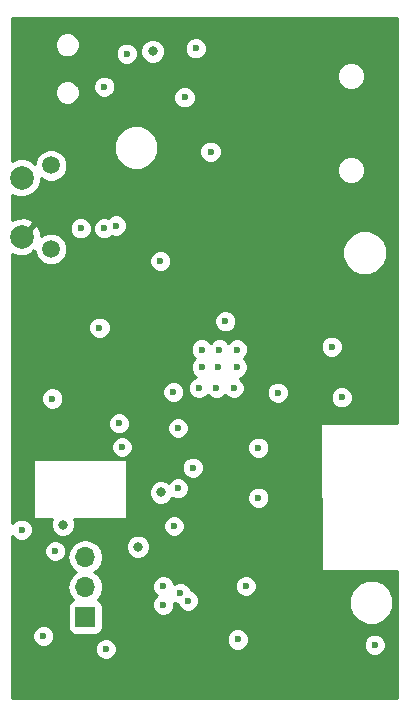
<source format=gbr>
G04 #@! TF.GenerationSoftware,KiCad,Pcbnew,(5.0.1)-rc2*
G04 #@! TF.CreationDate,2019-10-07T13:01:37-07:00*
G04 #@! TF.ProjectId,GPSLogger,4750534C6F676765722E6B696361645F,rev?*
G04 #@! TF.SameCoordinates,Original*
G04 #@! TF.FileFunction,Copper,L2,Inr,Signal*
G04 #@! TF.FilePolarity,Positive*
%FSLAX46Y46*%
G04 Gerber Fmt 4.6, Leading zero omitted, Abs format (unit mm)*
G04 Created by KiCad (PCBNEW (5.0.1)-rc2) date 10/7/2019 1:01:37 PM*
%MOMM*%
%LPD*%
G01*
G04 APERTURE LIST*
G04 #@! TA.AperFunction,ViaPad*
%ADD10C,2.000000*%
G04 #@! TD*
G04 #@! TA.AperFunction,WasherPad*
%ADD11C,1.500000*%
G04 #@! TD*
G04 #@! TA.AperFunction,ViaPad*
%ADD12R,1.700000X1.700000*%
G04 #@! TD*
G04 #@! TA.AperFunction,ViaPad*
%ADD13O,1.700000X1.700000*%
G04 #@! TD*
G04 #@! TA.AperFunction,ViaPad*
%ADD14C,0.600000*%
G04 #@! TD*
G04 #@! TA.AperFunction,ViaPad*
%ADD15C,0.800000*%
G04 #@! TD*
G04 #@! TA.AperFunction,Conductor*
%ADD16C,0.254000*%
G04 #@! TD*
G04 APERTURE END LIST*
D10*
G04 #@! TO.N,Fun_Btn_1_P23*
G04 #@! TO.C,J5*
X132500000Y-77200000D03*
G04 #@! TO.N,Vdd*
X132500000Y-82200000D03*
D11*
G04 #@! TO.N,*
X135000000Y-76160000D03*
X135000000Y-83240000D03*
G04 #@! TD*
D12*
G04 #@! TO.N,Net-(SW1-Pad1)*
G04 #@! TO.C,SW1*
X137900000Y-114400000D03*
D13*
G04 #@! TO.N,/BatteryManagement/Batt+*
X137900000Y-111860000D03*
G04 #@! TO.N,/BatteryManagement/BattInt*
X137900000Y-109320000D03*
G04 #@! TD*
D14*
G04 #@! TO.N,BattRtn*
X145750000Y-103500000D03*
X147000000Y-101750000D03*
X149098000Y-93218000D03*
X147750000Y-91750000D03*
X150750000Y-91750000D03*
X147500000Y-95000000D03*
X150500000Y-95000000D03*
X150750000Y-93250000D03*
X147750000Y-93250000D03*
X149250000Y-91750000D03*
X149000000Y-95000000D03*
X148500000Y-75000000D03*
X147250000Y-66250000D03*
X139500000Y-69500000D03*
X144250000Y-84250000D03*
X141000000Y-100000000D03*
X140750000Y-98000000D03*
X158750000Y-91500000D03*
X154200000Y-95400000D03*
X159600000Y-95800000D03*
X146600000Y-113000000D03*
X145400000Y-106700000D03*
X150800000Y-116300000D03*
X139632765Y-117117235D03*
X145749999Y-98400000D03*
X135100000Y-95900000D03*
X152550000Y-104300000D03*
X152550000Y-100050000D03*
X132500000Y-107000000D03*
D15*
G04 #@! TO.N,BattPwr*
X144300000Y-103850000D03*
X142350000Y-108450000D03*
D14*
G04 #@! TO.N,Fun_Btn_1_P23*
X145350000Y-95350000D03*
X140500000Y-81250000D03*
G04 #@! TO.N,/BatteryManagement/NTC*
X141400000Y-66700000D03*
X146300000Y-70400000D03*
D15*
G04 #@! TO.N,Vdd*
X145804000Y-102108000D03*
X146500000Y-97250000D03*
D14*
X148500000Y-72750000D03*
X137500000Y-120252402D03*
X148115125Y-101943325D03*
X147600000Y-112350000D03*
X132850000Y-91950000D03*
X137650000Y-86950000D03*
X156300000Y-116200000D03*
X146766600Y-89450000D03*
X152100000Y-90150000D03*
X151450000Y-97350000D03*
X134500000Y-100000000D03*
G04 #@! TO.N,Net-(C16-Pad1)*
X134350000Y-116000000D03*
G04 #@! TO.N,LED1_P2*
X135350000Y-108800000D03*
X149750000Y-89350000D03*
X137500000Y-81500000D03*
X139500000Y-81500000D03*
G04 #@! TO.N,ALRT*
X139100000Y-89895400D03*
X144500000Y-111800000D03*
G04 #@! TO.N,Net-(C16-Pad2)*
X162400000Y-116750000D03*
G04 #@! TO.N,/EINK/VDD*
X145950000Y-112400000D03*
G04 #@! TO.N,/EINK/PREVGH*
X151487601Y-111762399D03*
X144500000Y-113350000D03*
D15*
G04 #@! TO.N,/BatteryManagement/Batt+*
X143600000Y-66500000D03*
X136000000Y-106600000D03*
G04 #@! TD*
D16*
G04 #@! TO.N,Vdd*
G36*
X164290001Y-97951060D02*
X157900000Y-97951060D01*
X157850447Y-97961126D01*
X157809470Y-97988990D01*
X157782276Y-98030415D01*
X157773004Y-98079092D01*
X157873004Y-110379092D01*
X157882667Y-110426661D01*
X157910197Y-110467863D01*
X157951399Y-110495393D01*
X158000000Y-110505060D01*
X164290001Y-110505060D01*
X164290001Y-121290000D01*
X131710000Y-121290000D01*
X131710000Y-115814017D01*
X133415000Y-115814017D01*
X133415000Y-116185983D01*
X133557345Y-116529635D01*
X133820365Y-116792655D01*
X134164017Y-116935000D01*
X134535983Y-116935000D01*
X134545031Y-116931252D01*
X138697765Y-116931252D01*
X138697765Y-117303218D01*
X138840110Y-117646870D01*
X139103130Y-117909890D01*
X139446782Y-118052235D01*
X139818748Y-118052235D01*
X140162400Y-117909890D01*
X140425420Y-117646870D01*
X140567765Y-117303218D01*
X140567765Y-116931252D01*
X140425420Y-116587600D01*
X140162400Y-116324580D01*
X139818748Y-116182235D01*
X139446782Y-116182235D01*
X139103130Y-116324580D01*
X138840110Y-116587600D01*
X138697765Y-116931252D01*
X134545031Y-116931252D01*
X134879635Y-116792655D01*
X135142655Y-116529635D01*
X135285000Y-116185983D01*
X135285000Y-116114017D01*
X149865000Y-116114017D01*
X149865000Y-116485983D01*
X150007345Y-116829635D01*
X150270365Y-117092655D01*
X150614017Y-117235000D01*
X150985983Y-117235000D01*
X151329635Y-117092655D01*
X151592655Y-116829635D01*
X151702677Y-116564017D01*
X161465000Y-116564017D01*
X161465000Y-116935983D01*
X161607345Y-117279635D01*
X161870365Y-117542655D01*
X162214017Y-117685000D01*
X162585983Y-117685000D01*
X162929635Y-117542655D01*
X163192655Y-117279635D01*
X163335000Y-116935983D01*
X163335000Y-116564017D01*
X163192655Y-116220365D01*
X162929635Y-115957345D01*
X162585983Y-115815000D01*
X162214017Y-115815000D01*
X161870365Y-115957345D01*
X161607345Y-116220365D01*
X161465000Y-116564017D01*
X151702677Y-116564017D01*
X151735000Y-116485983D01*
X151735000Y-116114017D01*
X151592655Y-115770365D01*
X151329635Y-115507345D01*
X150985983Y-115365000D01*
X150614017Y-115365000D01*
X150270365Y-115507345D01*
X150007345Y-115770365D01*
X149865000Y-116114017D01*
X135285000Y-116114017D01*
X135285000Y-115814017D01*
X135142655Y-115470365D01*
X134879635Y-115207345D01*
X134535983Y-115065000D01*
X134164017Y-115065000D01*
X133820365Y-115207345D01*
X133557345Y-115470365D01*
X133415000Y-115814017D01*
X131710000Y-115814017D01*
X131710000Y-108614017D01*
X134415000Y-108614017D01*
X134415000Y-108985983D01*
X134557345Y-109329635D01*
X134820365Y-109592655D01*
X135164017Y-109735000D01*
X135535983Y-109735000D01*
X135879635Y-109592655D01*
X136142655Y-109329635D01*
X136146645Y-109320000D01*
X136385908Y-109320000D01*
X136501161Y-109899418D01*
X136829375Y-110390625D01*
X137127761Y-110590000D01*
X136829375Y-110789375D01*
X136501161Y-111280582D01*
X136385908Y-111860000D01*
X136501161Y-112439418D01*
X136829375Y-112930625D01*
X136847619Y-112942816D01*
X136802235Y-112951843D01*
X136592191Y-113092191D01*
X136451843Y-113302235D01*
X136402560Y-113550000D01*
X136402560Y-115250000D01*
X136451843Y-115497765D01*
X136592191Y-115707809D01*
X136802235Y-115848157D01*
X137050000Y-115897440D01*
X138750000Y-115897440D01*
X138997765Y-115848157D01*
X139207809Y-115707809D01*
X139348157Y-115497765D01*
X139397440Y-115250000D01*
X139397440Y-113550000D01*
X139348157Y-113302235D01*
X139207809Y-113092191D01*
X138997765Y-112951843D01*
X138952381Y-112942816D01*
X138970625Y-112930625D01*
X139298839Y-112439418D01*
X139414092Y-111860000D01*
X139365164Y-111614017D01*
X143565000Y-111614017D01*
X143565000Y-111985983D01*
X143707345Y-112329635D01*
X143952710Y-112575000D01*
X143707345Y-112820365D01*
X143565000Y-113164017D01*
X143565000Y-113535983D01*
X143707345Y-113879635D01*
X143970365Y-114142655D01*
X144314017Y-114285000D01*
X144685983Y-114285000D01*
X145029635Y-114142655D01*
X145292655Y-113879635D01*
X145435000Y-113535983D01*
X145435000Y-113198717D01*
X145719001Y-113316354D01*
X145807345Y-113529635D01*
X146070365Y-113792655D01*
X146414017Y-113935000D01*
X146785983Y-113935000D01*
X147129635Y-113792655D01*
X147392655Y-113529635D01*
X147535000Y-113185983D01*
X147535000Y-112814017D01*
X147518860Y-112775050D01*
X160215000Y-112775050D01*
X160215000Y-113524950D01*
X160501974Y-114217767D01*
X161032233Y-114748026D01*
X161725050Y-115035000D01*
X162474950Y-115035000D01*
X163167767Y-114748026D01*
X163698026Y-114217767D01*
X163985000Y-113524950D01*
X163985000Y-112775050D01*
X163698026Y-112082233D01*
X163167767Y-111551974D01*
X162474950Y-111265000D01*
X161725050Y-111265000D01*
X161032233Y-111551974D01*
X160501974Y-112082233D01*
X160215000Y-112775050D01*
X147518860Y-112775050D01*
X147392655Y-112470365D01*
X147129635Y-112207345D01*
X146830999Y-112083646D01*
X146742655Y-111870365D01*
X146479635Y-111607345D01*
X146404966Y-111576416D01*
X150552601Y-111576416D01*
X150552601Y-111948382D01*
X150694946Y-112292034D01*
X150957966Y-112555054D01*
X151301618Y-112697399D01*
X151673584Y-112697399D01*
X152017236Y-112555054D01*
X152280256Y-112292034D01*
X152422601Y-111948382D01*
X152422601Y-111576416D01*
X152280256Y-111232764D01*
X152017236Y-110969744D01*
X151673584Y-110827399D01*
X151301618Y-110827399D01*
X150957966Y-110969744D01*
X150694946Y-111232764D01*
X150552601Y-111576416D01*
X146404966Y-111576416D01*
X146135983Y-111465000D01*
X145764017Y-111465000D01*
X145430498Y-111603148D01*
X145292655Y-111270365D01*
X145029635Y-111007345D01*
X144685983Y-110865000D01*
X144314017Y-110865000D01*
X143970365Y-111007345D01*
X143707345Y-111270365D01*
X143565000Y-111614017D01*
X139365164Y-111614017D01*
X139298839Y-111280582D01*
X138970625Y-110789375D01*
X138672239Y-110590000D01*
X138970625Y-110390625D01*
X139298839Y-109899418D01*
X139414092Y-109320000D01*
X139298839Y-108740582D01*
X138970625Y-108249375D01*
X138962770Y-108244126D01*
X141315000Y-108244126D01*
X141315000Y-108655874D01*
X141472569Y-109036280D01*
X141763720Y-109327431D01*
X142144126Y-109485000D01*
X142555874Y-109485000D01*
X142936280Y-109327431D01*
X143227431Y-109036280D01*
X143385000Y-108655874D01*
X143385000Y-108244126D01*
X143227431Y-107863720D01*
X142936280Y-107572569D01*
X142555874Y-107415000D01*
X142144126Y-107415000D01*
X141763720Y-107572569D01*
X141472569Y-107863720D01*
X141315000Y-108244126D01*
X138962770Y-108244126D01*
X138479418Y-107921161D01*
X138046256Y-107835000D01*
X137753744Y-107835000D01*
X137320582Y-107921161D01*
X136829375Y-108249375D01*
X136501161Y-108740582D01*
X136385908Y-109320000D01*
X136146645Y-109320000D01*
X136285000Y-108985983D01*
X136285000Y-108614017D01*
X136142655Y-108270365D01*
X135879635Y-108007345D01*
X135535983Y-107865000D01*
X135164017Y-107865000D01*
X134820365Y-108007345D01*
X134557345Y-108270365D01*
X134415000Y-108614017D01*
X131710000Y-108614017D01*
X131710000Y-107532290D01*
X131970365Y-107792655D01*
X132314017Y-107935000D01*
X132685983Y-107935000D01*
X133029635Y-107792655D01*
X133292655Y-107529635D01*
X133435000Y-107185983D01*
X133435000Y-106814017D01*
X133292655Y-106470365D01*
X133029635Y-106207345D01*
X132685983Y-106065000D01*
X132314017Y-106065000D01*
X131970365Y-106207345D01*
X131710000Y-106467710D01*
X131710000Y-101110500D01*
X133501597Y-101110500D01*
X133501597Y-106000000D01*
X133511264Y-106048601D01*
X133538794Y-106089803D01*
X133579996Y-106117333D01*
X133628597Y-106127000D01*
X135075647Y-106127000D01*
X134965000Y-106394126D01*
X134965000Y-106805874D01*
X135122569Y-107186280D01*
X135413720Y-107477431D01*
X135794126Y-107635000D01*
X136205874Y-107635000D01*
X136586280Y-107477431D01*
X136877431Y-107186280D01*
X137035000Y-106805874D01*
X137035000Y-106514017D01*
X144465000Y-106514017D01*
X144465000Y-106885983D01*
X144607345Y-107229635D01*
X144870365Y-107492655D01*
X145214017Y-107635000D01*
X145585983Y-107635000D01*
X145929635Y-107492655D01*
X146192655Y-107229635D01*
X146335000Y-106885983D01*
X146335000Y-106514017D01*
X146192655Y-106170365D01*
X145929635Y-105907345D01*
X145585983Y-105765000D01*
X145214017Y-105765000D01*
X144870365Y-105907345D01*
X144607345Y-106170365D01*
X144465000Y-106514017D01*
X137035000Y-106514017D01*
X137035000Y-106394126D01*
X136924353Y-106127000D01*
X141312097Y-106127000D01*
X141360698Y-106117333D01*
X141401900Y-106089803D01*
X141429430Y-106048601D01*
X141439097Y-106000000D01*
X141439097Y-103644126D01*
X143265000Y-103644126D01*
X143265000Y-104055874D01*
X143422569Y-104436280D01*
X143713720Y-104727431D01*
X144094126Y-104885000D01*
X144505874Y-104885000D01*
X144886280Y-104727431D01*
X145177431Y-104436280D01*
X145234498Y-104298509D01*
X145564017Y-104435000D01*
X145935983Y-104435000D01*
X146279635Y-104292655D01*
X146458273Y-104114017D01*
X151615000Y-104114017D01*
X151615000Y-104485983D01*
X151757345Y-104829635D01*
X152020365Y-105092655D01*
X152364017Y-105235000D01*
X152735983Y-105235000D01*
X153079635Y-105092655D01*
X153342655Y-104829635D01*
X153485000Y-104485983D01*
X153485000Y-104114017D01*
X153342655Y-103770365D01*
X153079635Y-103507345D01*
X152735983Y-103365000D01*
X152364017Y-103365000D01*
X152020365Y-103507345D01*
X151757345Y-103770365D01*
X151615000Y-104114017D01*
X146458273Y-104114017D01*
X146542655Y-104029635D01*
X146685000Y-103685983D01*
X146685000Y-103314017D01*
X146542655Y-102970365D01*
X146279635Y-102707345D01*
X145935983Y-102565000D01*
X145564017Y-102565000D01*
X145220365Y-102707345D01*
X144957345Y-102970365D01*
X144935885Y-103022174D01*
X144886280Y-102972569D01*
X144505874Y-102815000D01*
X144094126Y-102815000D01*
X143713720Y-102972569D01*
X143422569Y-103263720D01*
X143265000Y-103644126D01*
X141439097Y-103644126D01*
X141439097Y-101564017D01*
X146065000Y-101564017D01*
X146065000Y-101935983D01*
X146207345Y-102279635D01*
X146470365Y-102542655D01*
X146814017Y-102685000D01*
X147185983Y-102685000D01*
X147529635Y-102542655D01*
X147792655Y-102279635D01*
X147935000Y-101935983D01*
X147935000Y-101564017D01*
X147792655Y-101220365D01*
X147529635Y-100957345D01*
X147185983Y-100815000D01*
X146814017Y-100815000D01*
X146470365Y-100957345D01*
X146207345Y-101220365D01*
X146065000Y-101564017D01*
X141439097Y-101564017D01*
X141439097Y-101110500D01*
X141429430Y-101061899D01*
X141401900Y-101020697D01*
X141360698Y-100993167D01*
X141312097Y-100983500D01*
X133628597Y-100983500D01*
X133579996Y-100993167D01*
X133538794Y-101020697D01*
X133511264Y-101061899D01*
X133501597Y-101110500D01*
X131710000Y-101110500D01*
X131710000Y-99814017D01*
X140065000Y-99814017D01*
X140065000Y-100185983D01*
X140207345Y-100529635D01*
X140470365Y-100792655D01*
X140814017Y-100935000D01*
X141185983Y-100935000D01*
X141529635Y-100792655D01*
X141792655Y-100529635D01*
X141935000Y-100185983D01*
X141935000Y-99864017D01*
X151615000Y-99864017D01*
X151615000Y-100235983D01*
X151757345Y-100579635D01*
X152020365Y-100842655D01*
X152364017Y-100985000D01*
X152735983Y-100985000D01*
X153079635Y-100842655D01*
X153342655Y-100579635D01*
X153485000Y-100235983D01*
X153485000Y-99864017D01*
X153342655Y-99520365D01*
X153079635Y-99257345D01*
X152735983Y-99115000D01*
X152364017Y-99115000D01*
X152020365Y-99257345D01*
X151757345Y-99520365D01*
X151615000Y-99864017D01*
X141935000Y-99864017D01*
X141935000Y-99814017D01*
X141792655Y-99470365D01*
X141529635Y-99207345D01*
X141185983Y-99065000D01*
X140814017Y-99065000D01*
X140470365Y-99207345D01*
X140207345Y-99470365D01*
X140065000Y-99814017D01*
X131710000Y-99814017D01*
X131710000Y-97814017D01*
X139815000Y-97814017D01*
X139815000Y-98185983D01*
X139957345Y-98529635D01*
X140220365Y-98792655D01*
X140564017Y-98935000D01*
X140935983Y-98935000D01*
X141279635Y-98792655D01*
X141542655Y-98529635D01*
X141673387Y-98214017D01*
X144814999Y-98214017D01*
X144814999Y-98585983D01*
X144957344Y-98929635D01*
X145220364Y-99192655D01*
X145564016Y-99335000D01*
X145935982Y-99335000D01*
X146279634Y-99192655D01*
X146542654Y-98929635D01*
X146684999Y-98585983D01*
X146684999Y-98214017D01*
X146542654Y-97870365D01*
X146279634Y-97607345D01*
X145935982Y-97465000D01*
X145564016Y-97465000D01*
X145220364Y-97607345D01*
X144957344Y-97870365D01*
X144814999Y-98214017D01*
X141673387Y-98214017D01*
X141685000Y-98185983D01*
X141685000Y-97814017D01*
X141542655Y-97470365D01*
X141279635Y-97207345D01*
X140935983Y-97065000D01*
X140564017Y-97065000D01*
X140220365Y-97207345D01*
X139957345Y-97470365D01*
X139815000Y-97814017D01*
X131710000Y-97814017D01*
X131710000Y-95714017D01*
X134165000Y-95714017D01*
X134165000Y-96085983D01*
X134307345Y-96429635D01*
X134570365Y-96692655D01*
X134914017Y-96835000D01*
X135285983Y-96835000D01*
X135629635Y-96692655D01*
X135892655Y-96429635D01*
X136035000Y-96085983D01*
X136035000Y-95714017D01*
X135892655Y-95370365D01*
X135686307Y-95164017D01*
X144415000Y-95164017D01*
X144415000Y-95535983D01*
X144557345Y-95879635D01*
X144820365Y-96142655D01*
X145164017Y-96285000D01*
X145535983Y-96285000D01*
X145879635Y-96142655D01*
X146142655Y-95879635D01*
X146285000Y-95535983D01*
X146285000Y-95164017D01*
X146142655Y-94820365D01*
X146136307Y-94814017D01*
X146565000Y-94814017D01*
X146565000Y-95185983D01*
X146707345Y-95529635D01*
X146970365Y-95792655D01*
X147314017Y-95935000D01*
X147685983Y-95935000D01*
X148029635Y-95792655D01*
X148250000Y-95572290D01*
X148470365Y-95792655D01*
X148814017Y-95935000D01*
X149185983Y-95935000D01*
X149529635Y-95792655D01*
X149750000Y-95572290D01*
X149970365Y-95792655D01*
X150314017Y-95935000D01*
X150685983Y-95935000D01*
X151029635Y-95792655D01*
X151292655Y-95529635D01*
X151423387Y-95214017D01*
X153265000Y-95214017D01*
X153265000Y-95585983D01*
X153407345Y-95929635D01*
X153670365Y-96192655D01*
X154014017Y-96335000D01*
X154385983Y-96335000D01*
X154729635Y-96192655D01*
X154992655Y-95929635D01*
X155123387Y-95614017D01*
X158665000Y-95614017D01*
X158665000Y-95985983D01*
X158807345Y-96329635D01*
X159070365Y-96592655D01*
X159414017Y-96735000D01*
X159785983Y-96735000D01*
X160129635Y-96592655D01*
X160392655Y-96329635D01*
X160535000Y-95985983D01*
X160535000Y-95614017D01*
X160392655Y-95270365D01*
X160129635Y-95007345D01*
X159785983Y-94865000D01*
X159414017Y-94865000D01*
X159070365Y-95007345D01*
X158807345Y-95270365D01*
X158665000Y-95614017D01*
X155123387Y-95614017D01*
X155135000Y-95585983D01*
X155135000Y-95214017D01*
X154992655Y-94870365D01*
X154729635Y-94607345D01*
X154385983Y-94465000D01*
X154014017Y-94465000D01*
X153670365Y-94607345D01*
X153407345Y-94870365D01*
X153265000Y-95214017D01*
X151423387Y-95214017D01*
X151435000Y-95185983D01*
X151435000Y-94814017D01*
X151292655Y-94470365D01*
X151029635Y-94207345D01*
X150955836Y-94176777D01*
X151279635Y-94042655D01*
X151542655Y-93779635D01*
X151685000Y-93435983D01*
X151685000Y-93064017D01*
X151542655Y-92720365D01*
X151322290Y-92500000D01*
X151542655Y-92279635D01*
X151685000Y-91935983D01*
X151685000Y-91564017D01*
X151581447Y-91314017D01*
X157815000Y-91314017D01*
X157815000Y-91685983D01*
X157957345Y-92029635D01*
X158220365Y-92292655D01*
X158564017Y-92435000D01*
X158935983Y-92435000D01*
X159279635Y-92292655D01*
X159542655Y-92029635D01*
X159685000Y-91685983D01*
X159685000Y-91314017D01*
X159542655Y-90970365D01*
X159279635Y-90707345D01*
X158935983Y-90565000D01*
X158564017Y-90565000D01*
X158220365Y-90707345D01*
X157957345Y-90970365D01*
X157815000Y-91314017D01*
X151581447Y-91314017D01*
X151542655Y-91220365D01*
X151279635Y-90957345D01*
X150935983Y-90815000D01*
X150564017Y-90815000D01*
X150220365Y-90957345D01*
X150000000Y-91177710D01*
X149779635Y-90957345D01*
X149435983Y-90815000D01*
X149064017Y-90815000D01*
X148720365Y-90957345D01*
X148500000Y-91177710D01*
X148279635Y-90957345D01*
X147935983Y-90815000D01*
X147564017Y-90815000D01*
X147220365Y-90957345D01*
X146957345Y-91220365D01*
X146815000Y-91564017D01*
X146815000Y-91935983D01*
X146957345Y-92279635D01*
X147177710Y-92500000D01*
X146957345Y-92720365D01*
X146815000Y-93064017D01*
X146815000Y-93435983D01*
X146957345Y-93779635D01*
X147220365Y-94042655D01*
X147294164Y-94073223D01*
X146970365Y-94207345D01*
X146707345Y-94470365D01*
X146565000Y-94814017D01*
X146136307Y-94814017D01*
X145879635Y-94557345D01*
X145535983Y-94415000D01*
X145164017Y-94415000D01*
X144820365Y-94557345D01*
X144557345Y-94820365D01*
X144415000Y-95164017D01*
X135686307Y-95164017D01*
X135629635Y-95107345D01*
X135285983Y-94965000D01*
X134914017Y-94965000D01*
X134570365Y-95107345D01*
X134307345Y-95370365D01*
X134165000Y-95714017D01*
X131710000Y-95714017D01*
X131710000Y-89709417D01*
X138165000Y-89709417D01*
X138165000Y-90081383D01*
X138307345Y-90425035D01*
X138570365Y-90688055D01*
X138914017Y-90830400D01*
X139285983Y-90830400D01*
X139629635Y-90688055D01*
X139892655Y-90425035D01*
X140035000Y-90081383D01*
X140035000Y-89709417D01*
X139892655Y-89365765D01*
X139690907Y-89164017D01*
X148815000Y-89164017D01*
X148815000Y-89535983D01*
X148957345Y-89879635D01*
X149220365Y-90142655D01*
X149564017Y-90285000D01*
X149935983Y-90285000D01*
X150279635Y-90142655D01*
X150542655Y-89879635D01*
X150685000Y-89535983D01*
X150685000Y-89164017D01*
X150542655Y-88820365D01*
X150279635Y-88557345D01*
X149935983Y-88415000D01*
X149564017Y-88415000D01*
X149220365Y-88557345D01*
X148957345Y-88820365D01*
X148815000Y-89164017D01*
X139690907Y-89164017D01*
X139629635Y-89102745D01*
X139285983Y-88960400D01*
X138914017Y-88960400D01*
X138570365Y-89102745D01*
X138307345Y-89365765D01*
X138165000Y-89709417D01*
X131710000Y-89709417D01*
X131710000Y-83650692D01*
X132235461Y-83845908D01*
X132885460Y-83821856D01*
X133374264Y-83619387D01*
X133472926Y-83352534D01*
X133587206Y-83466814D01*
X133615000Y-83439020D01*
X133615000Y-83515494D01*
X133825853Y-84024540D01*
X134215460Y-84414147D01*
X134724506Y-84625000D01*
X135275494Y-84625000D01*
X135784540Y-84414147D01*
X136134670Y-84064017D01*
X143315000Y-84064017D01*
X143315000Y-84435983D01*
X143457345Y-84779635D01*
X143720365Y-85042655D01*
X144064017Y-85185000D01*
X144435983Y-85185000D01*
X144779635Y-85042655D01*
X145042655Y-84779635D01*
X145185000Y-84435983D01*
X145185000Y-84064017D01*
X145042655Y-83720365D01*
X144779635Y-83457345D01*
X144435983Y-83315000D01*
X144064017Y-83315000D01*
X143720365Y-83457345D01*
X143457345Y-83720365D01*
X143315000Y-84064017D01*
X136134670Y-84064017D01*
X136174147Y-84024540D01*
X136385000Y-83515494D01*
X136385000Y-83175050D01*
X159665000Y-83175050D01*
X159665000Y-83924950D01*
X159951974Y-84617767D01*
X160482233Y-85148026D01*
X161175050Y-85435000D01*
X161924950Y-85435000D01*
X162617767Y-85148026D01*
X163148026Y-84617767D01*
X163435000Y-83924950D01*
X163435000Y-83175050D01*
X163148026Y-82482233D01*
X162617767Y-81951974D01*
X161924950Y-81665000D01*
X161175050Y-81665000D01*
X160482233Y-81951974D01*
X159951974Y-82482233D01*
X159665000Y-83175050D01*
X136385000Y-83175050D01*
X136385000Y-82964506D01*
X136174147Y-82455460D01*
X135784540Y-82065853D01*
X135275494Y-81855000D01*
X134724506Y-81855000D01*
X134215460Y-82065853D01*
X134134164Y-82147149D01*
X134121856Y-81814540D01*
X133919387Y-81325736D01*
X133887691Y-81314017D01*
X136565000Y-81314017D01*
X136565000Y-81685983D01*
X136707345Y-82029635D01*
X136970365Y-82292655D01*
X137314017Y-82435000D01*
X137685983Y-82435000D01*
X138029635Y-82292655D01*
X138292655Y-82029635D01*
X138435000Y-81685983D01*
X138435000Y-81314017D01*
X138565000Y-81314017D01*
X138565000Y-81685983D01*
X138707345Y-82029635D01*
X138970365Y-82292655D01*
X139314017Y-82435000D01*
X139685983Y-82435000D01*
X140029635Y-82292655D01*
X140189052Y-82133238D01*
X140314017Y-82185000D01*
X140685983Y-82185000D01*
X141029635Y-82042655D01*
X141292655Y-81779635D01*
X141435000Y-81435983D01*
X141435000Y-81064017D01*
X141292655Y-80720365D01*
X141029635Y-80457345D01*
X140685983Y-80315000D01*
X140314017Y-80315000D01*
X139970365Y-80457345D01*
X139810948Y-80616762D01*
X139685983Y-80565000D01*
X139314017Y-80565000D01*
X138970365Y-80707345D01*
X138707345Y-80970365D01*
X138565000Y-81314017D01*
X138435000Y-81314017D01*
X138292655Y-80970365D01*
X138029635Y-80707345D01*
X137685983Y-80565000D01*
X137314017Y-80565000D01*
X136970365Y-80707345D01*
X136707345Y-80970365D01*
X136565000Y-81314017D01*
X133887691Y-81314017D01*
X133652532Y-81227073D01*
X132679605Y-82200000D01*
X132693748Y-82214143D01*
X132514143Y-82393748D01*
X132500000Y-82379605D01*
X132485858Y-82393748D01*
X132306253Y-82214143D01*
X132320395Y-82200000D01*
X132306253Y-82185858D01*
X132485858Y-82006253D01*
X132500000Y-82020395D01*
X133472927Y-81047468D01*
X133374264Y-80780613D01*
X132764539Y-80554092D01*
X132114540Y-80578144D01*
X131710000Y-80745710D01*
X131710000Y-78642482D01*
X132174778Y-78835000D01*
X132825222Y-78835000D01*
X133426153Y-78586086D01*
X133886086Y-78126153D01*
X134135000Y-77525222D01*
X134135000Y-77253687D01*
X134215460Y-77334147D01*
X134724506Y-77545000D01*
X135275494Y-77545000D01*
X135784540Y-77334147D01*
X136174147Y-76944540D01*
X136385000Y-76435494D01*
X136385000Y-75884506D01*
X136174147Y-75375460D01*
X135784540Y-74985853D01*
X135275494Y-74775000D01*
X134724506Y-74775000D01*
X134215460Y-74985853D01*
X133825853Y-75375460D01*
X133615000Y-75884506D01*
X133615000Y-76002761D01*
X133426153Y-75813914D01*
X132825222Y-75565000D01*
X132174778Y-75565000D01*
X131710000Y-75757518D01*
X131710000Y-74275050D01*
X140315000Y-74275050D01*
X140315000Y-75024950D01*
X140601974Y-75717767D01*
X141132233Y-76248026D01*
X141825050Y-76535000D01*
X142574950Y-76535000D01*
X143088480Y-76322289D01*
X159191000Y-76322289D01*
X159191000Y-76793711D01*
X159371405Y-77229249D01*
X159704751Y-77562595D01*
X160140289Y-77743000D01*
X160611711Y-77743000D01*
X161047249Y-77562595D01*
X161380595Y-77229249D01*
X161561000Y-76793711D01*
X161561000Y-76322289D01*
X161380595Y-75886751D01*
X161047249Y-75553405D01*
X160611711Y-75373000D01*
X160140289Y-75373000D01*
X159704751Y-75553405D01*
X159371405Y-75886751D01*
X159191000Y-76322289D01*
X143088480Y-76322289D01*
X143267767Y-76248026D01*
X143798026Y-75717767D01*
X144085000Y-75024950D01*
X144085000Y-74814017D01*
X147565000Y-74814017D01*
X147565000Y-75185983D01*
X147707345Y-75529635D01*
X147970365Y-75792655D01*
X148314017Y-75935000D01*
X148685983Y-75935000D01*
X149029635Y-75792655D01*
X149292655Y-75529635D01*
X149435000Y-75185983D01*
X149435000Y-74814017D01*
X149292655Y-74470365D01*
X149029635Y-74207345D01*
X148685983Y-74065000D01*
X148314017Y-74065000D01*
X147970365Y-74207345D01*
X147707345Y-74470365D01*
X147565000Y-74814017D01*
X144085000Y-74814017D01*
X144085000Y-74275050D01*
X143798026Y-73582233D01*
X143267767Y-73051974D01*
X142574950Y-72765000D01*
X141825050Y-72765000D01*
X141132233Y-73051974D01*
X140601974Y-73582233D01*
X140315000Y-74275050D01*
X131710000Y-74275050D01*
X131710000Y-69751153D01*
X135320000Y-69751153D01*
X135320000Y-70172847D01*
X135481375Y-70562442D01*
X135779558Y-70860625D01*
X136169153Y-71022000D01*
X136590847Y-71022000D01*
X136980442Y-70860625D01*
X137278625Y-70562442D01*
X137440000Y-70172847D01*
X137440000Y-69751153D01*
X137278625Y-69361558D01*
X137231084Y-69314017D01*
X138565000Y-69314017D01*
X138565000Y-69685983D01*
X138707345Y-70029635D01*
X138970365Y-70292655D01*
X139314017Y-70435000D01*
X139685983Y-70435000D01*
X140029635Y-70292655D01*
X140108273Y-70214017D01*
X145365000Y-70214017D01*
X145365000Y-70585983D01*
X145507345Y-70929635D01*
X145770365Y-71192655D01*
X146114017Y-71335000D01*
X146485983Y-71335000D01*
X146829635Y-71192655D01*
X147092655Y-70929635D01*
X147235000Y-70585983D01*
X147235000Y-70214017D01*
X147092655Y-69870365D01*
X146829635Y-69607345D01*
X146485983Y-69465000D01*
X146114017Y-69465000D01*
X145770365Y-69607345D01*
X145507345Y-69870365D01*
X145365000Y-70214017D01*
X140108273Y-70214017D01*
X140292655Y-70029635D01*
X140435000Y-69685983D01*
X140435000Y-69314017D01*
X140292655Y-68970365D01*
X140029635Y-68707345D01*
X139685983Y-68565000D01*
X139314017Y-68565000D01*
X138970365Y-68707345D01*
X138707345Y-68970365D01*
X138565000Y-69314017D01*
X137231084Y-69314017D01*
X136980442Y-69063375D01*
X136590847Y-68902000D01*
X136169153Y-68902000D01*
X135779558Y-69063375D01*
X135481375Y-69361558D01*
X135320000Y-69751153D01*
X131710000Y-69751153D01*
X131710000Y-68342289D01*
X159191000Y-68342289D01*
X159191000Y-68813711D01*
X159371405Y-69249249D01*
X159704751Y-69582595D01*
X160140289Y-69763000D01*
X160611711Y-69763000D01*
X161047249Y-69582595D01*
X161380595Y-69249249D01*
X161561000Y-68813711D01*
X161561000Y-68342289D01*
X161380595Y-67906751D01*
X161047249Y-67573405D01*
X160611711Y-67393000D01*
X160140289Y-67393000D01*
X159704751Y-67573405D01*
X159371405Y-67906751D01*
X159191000Y-68342289D01*
X131710000Y-68342289D01*
X131710000Y-65751153D01*
X135320000Y-65751153D01*
X135320000Y-66172847D01*
X135481375Y-66562442D01*
X135779558Y-66860625D01*
X136169153Y-67022000D01*
X136590847Y-67022000D01*
X136980442Y-66860625D01*
X137278625Y-66562442D01*
X137298683Y-66514017D01*
X140465000Y-66514017D01*
X140465000Y-66885983D01*
X140607345Y-67229635D01*
X140870365Y-67492655D01*
X141214017Y-67635000D01*
X141585983Y-67635000D01*
X141929635Y-67492655D01*
X142192655Y-67229635D01*
X142335000Y-66885983D01*
X142335000Y-66514017D01*
X142243919Y-66294126D01*
X142565000Y-66294126D01*
X142565000Y-66705874D01*
X142722569Y-67086280D01*
X143013720Y-67377431D01*
X143394126Y-67535000D01*
X143805874Y-67535000D01*
X144186280Y-67377431D01*
X144477431Y-67086280D01*
X144635000Y-66705874D01*
X144635000Y-66294126D01*
X144539686Y-66064017D01*
X146315000Y-66064017D01*
X146315000Y-66435983D01*
X146457345Y-66779635D01*
X146720365Y-67042655D01*
X147064017Y-67185000D01*
X147435983Y-67185000D01*
X147779635Y-67042655D01*
X148042655Y-66779635D01*
X148185000Y-66435983D01*
X148185000Y-66064017D01*
X148042655Y-65720365D01*
X147779635Y-65457345D01*
X147435983Y-65315000D01*
X147064017Y-65315000D01*
X146720365Y-65457345D01*
X146457345Y-65720365D01*
X146315000Y-66064017D01*
X144539686Y-66064017D01*
X144477431Y-65913720D01*
X144186280Y-65622569D01*
X143805874Y-65465000D01*
X143394126Y-65465000D01*
X143013720Y-65622569D01*
X142722569Y-65913720D01*
X142565000Y-66294126D01*
X142243919Y-66294126D01*
X142192655Y-66170365D01*
X141929635Y-65907345D01*
X141585983Y-65765000D01*
X141214017Y-65765000D01*
X140870365Y-65907345D01*
X140607345Y-66170365D01*
X140465000Y-66514017D01*
X137298683Y-66514017D01*
X137440000Y-66172847D01*
X137440000Y-65751153D01*
X137278625Y-65361558D01*
X136980442Y-65063375D01*
X136590847Y-64902000D01*
X136169153Y-64902000D01*
X135779558Y-65063375D01*
X135481375Y-65361558D01*
X135320000Y-65751153D01*
X131710000Y-65751153D01*
X131710000Y-63710000D01*
X164290000Y-63710000D01*
X164290001Y-97951060D01*
X164290001Y-97951060D01*
G37*
X164290001Y-97951060D02*
X157900000Y-97951060D01*
X157850447Y-97961126D01*
X157809470Y-97988990D01*
X157782276Y-98030415D01*
X157773004Y-98079092D01*
X157873004Y-110379092D01*
X157882667Y-110426661D01*
X157910197Y-110467863D01*
X157951399Y-110495393D01*
X158000000Y-110505060D01*
X164290001Y-110505060D01*
X164290001Y-121290000D01*
X131710000Y-121290000D01*
X131710000Y-115814017D01*
X133415000Y-115814017D01*
X133415000Y-116185983D01*
X133557345Y-116529635D01*
X133820365Y-116792655D01*
X134164017Y-116935000D01*
X134535983Y-116935000D01*
X134545031Y-116931252D01*
X138697765Y-116931252D01*
X138697765Y-117303218D01*
X138840110Y-117646870D01*
X139103130Y-117909890D01*
X139446782Y-118052235D01*
X139818748Y-118052235D01*
X140162400Y-117909890D01*
X140425420Y-117646870D01*
X140567765Y-117303218D01*
X140567765Y-116931252D01*
X140425420Y-116587600D01*
X140162400Y-116324580D01*
X139818748Y-116182235D01*
X139446782Y-116182235D01*
X139103130Y-116324580D01*
X138840110Y-116587600D01*
X138697765Y-116931252D01*
X134545031Y-116931252D01*
X134879635Y-116792655D01*
X135142655Y-116529635D01*
X135285000Y-116185983D01*
X135285000Y-116114017D01*
X149865000Y-116114017D01*
X149865000Y-116485983D01*
X150007345Y-116829635D01*
X150270365Y-117092655D01*
X150614017Y-117235000D01*
X150985983Y-117235000D01*
X151329635Y-117092655D01*
X151592655Y-116829635D01*
X151702677Y-116564017D01*
X161465000Y-116564017D01*
X161465000Y-116935983D01*
X161607345Y-117279635D01*
X161870365Y-117542655D01*
X162214017Y-117685000D01*
X162585983Y-117685000D01*
X162929635Y-117542655D01*
X163192655Y-117279635D01*
X163335000Y-116935983D01*
X163335000Y-116564017D01*
X163192655Y-116220365D01*
X162929635Y-115957345D01*
X162585983Y-115815000D01*
X162214017Y-115815000D01*
X161870365Y-115957345D01*
X161607345Y-116220365D01*
X161465000Y-116564017D01*
X151702677Y-116564017D01*
X151735000Y-116485983D01*
X151735000Y-116114017D01*
X151592655Y-115770365D01*
X151329635Y-115507345D01*
X150985983Y-115365000D01*
X150614017Y-115365000D01*
X150270365Y-115507345D01*
X150007345Y-115770365D01*
X149865000Y-116114017D01*
X135285000Y-116114017D01*
X135285000Y-115814017D01*
X135142655Y-115470365D01*
X134879635Y-115207345D01*
X134535983Y-115065000D01*
X134164017Y-115065000D01*
X133820365Y-115207345D01*
X133557345Y-115470365D01*
X133415000Y-115814017D01*
X131710000Y-115814017D01*
X131710000Y-108614017D01*
X134415000Y-108614017D01*
X134415000Y-108985983D01*
X134557345Y-109329635D01*
X134820365Y-109592655D01*
X135164017Y-109735000D01*
X135535983Y-109735000D01*
X135879635Y-109592655D01*
X136142655Y-109329635D01*
X136146645Y-109320000D01*
X136385908Y-109320000D01*
X136501161Y-109899418D01*
X136829375Y-110390625D01*
X137127761Y-110590000D01*
X136829375Y-110789375D01*
X136501161Y-111280582D01*
X136385908Y-111860000D01*
X136501161Y-112439418D01*
X136829375Y-112930625D01*
X136847619Y-112942816D01*
X136802235Y-112951843D01*
X136592191Y-113092191D01*
X136451843Y-113302235D01*
X136402560Y-113550000D01*
X136402560Y-115250000D01*
X136451843Y-115497765D01*
X136592191Y-115707809D01*
X136802235Y-115848157D01*
X137050000Y-115897440D01*
X138750000Y-115897440D01*
X138997765Y-115848157D01*
X139207809Y-115707809D01*
X139348157Y-115497765D01*
X139397440Y-115250000D01*
X139397440Y-113550000D01*
X139348157Y-113302235D01*
X139207809Y-113092191D01*
X138997765Y-112951843D01*
X138952381Y-112942816D01*
X138970625Y-112930625D01*
X139298839Y-112439418D01*
X139414092Y-111860000D01*
X139365164Y-111614017D01*
X143565000Y-111614017D01*
X143565000Y-111985983D01*
X143707345Y-112329635D01*
X143952710Y-112575000D01*
X143707345Y-112820365D01*
X143565000Y-113164017D01*
X143565000Y-113535983D01*
X143707345Y-113879635D01*
X143970365Y-114142655D01*
X144314017Y-114285000D01*
X144685983Y-114285000D01*
X145029635Y-114142655D01*
X145292655Y-113879635D01*
X145435000Y-113535983D01*
X145435000Y-113198717D01*
X145719001Y-113316354D01*
X145807345Y-113529635D01*
X146070365Y-113792655D01*
X146414017Y-113935000D01*
X146785983Y-113935000D01*
X147129635Y-113792655D01*
X147392655Y-113529635D01*
X147535000Y-113185983D01*
X147535000Y-112814017D01*
X147518860Y-112775050D01*
X160215000Y-112775050D01*
X160215000Y-113524950D01*
X160501974Y-114217767D01*
X161032233Y-114748026D01*
X161725050Y-115035000D01*
X162474950Y-115035000D01*
X163167767Y-114748026D01*
X163698026Y-114217767D01*
X163985000Y-113524950D01*
X163985000Y-112775050D01*
X163698026Y-112082233D01*
X163167767Y-111551974D01*
X162474950Y-111265000D01*
X161725050Y-111265000D01*
X161032233Y-111551974D01*
X160501974Y-112082233D01*
X160215000Y-112775050D01*
X147518860Y-112775050D01*
X147392655Y-112470365D01*
X147129635Y-112207345D01*
X146830999Y-112083646D01*
X146742655Y-111870365D01*
X146479635Y-111607345D01*
X146404966Y-111576416D01*
X150552601Y-111576416D01*
X150552601Y-111948382D01*
X150694946Y-112292034D01*
X150957966Y-112555054D01*
X151301618Y-112697399D01*
X151673584Y-112697399D01*
X152017236Y-112555054D01*
X152280256Y-112292034D01*
X152422601Y-111948382D01*
X152422601Y-111576416D01*
X152280256Y-111232764D01*
X152017236Y-110969744D01*
X151673584Y-110827399D01*
X151301618Y-110827399D01*
X150957966Y-110969744D01*
X150694946Y-111232764D01*
X150552601Y-111576416D01*
X146404966Y-111576416D01*
X146135983Y-111465000D01*
X145764017Y-111465000D01*
X145430498Y-111603148D01*
X145292655Y-111270365D01*
X145029635Y-111007345D01*
X144685983Y-110865000D01*
X144314017Y-110865000D01*
X143970365Y-111007345D01*
X143707345Y-111270365D01*
X143565000Y-111614017D01*
X139365164Y-111614017D01*
X139298839Y-111280582D01*
X138970625Y-110789375D01*
X138672239Y-110590000D01*
X138970625Y-110390625D01*
X139298839Y-109899418D01*
X139414092Y-109320000D01*
X139298839Y-108740582D01*
X138970625Y-108249375D01*
X138962770Y-108244126D01*
X141315000Y-108244126D01*
X141315000Y-108655874D01*
X141472569Y-109036280D01*
X141763720Y-109327431D01*
X142144126Y-109485000D01*
X142555874Y-109485000D01*
X142936280Y-109327431D01*
X143227431Y-109036280D01*
X143385000Y-108655874D01*
X143385000Y-108244126D01*
X143227431Y-107863720D01*
X142936280Y-107572569D01*
X142555874Y-107415000D01*
X142144126Y-107415000D01*
X141763720Y-107572569D01*
X141472569Y-107863720D01*
X141315000Y-108244126D01*
X138962770Y-108244126D01*
X138479418Y-107921161D01*
X138046256Y-107835000D01*
X137753744Y-107835000D01*
X137320582Y-107921161D01*
X136829375Y-108249375D01*
X136501161Y-108740582D01*
X136385908Y-109320000D01*
X136146645Y-109320000D01*
X136285000Y-108985983D01*
X136285000Y-108614017D01*
X136142655Y-108270365D01*
X135879635Y-108007345D01*
X135535983Y-107865000D01*
X135164017Y-107865000D01*
X134820365Y-108007345D01*
X134557345Y-108270365D01*
X134415000Y-108614017D01*
X131710000Y-108614017D01*
X131710000Y-107532290D01*
X131970365Y-107792655D01*
X132314017Y-107935000D01*
X132685983Y-107935000D01*
X133029635Y-107792655D01*
X133292655Y-107529635D01*
X133435000Y-107185983D01*
X133435000Y-106814017D01*
X133292655Y-106470365D01*
X133029635Y-106207345D01*
X132685983Y-106065000D01*
X132314017Y-106065000D01*
X131970365Y-106207345D01*
X131710000Y-106467710D01*
X131710000Y-101110500D01*
X133501597Y-101110500D01*
X133501597Y-106000000D01*
X133511264Y-106048601D01*
X133538794Y-106089803D01*
X133579996Y-106117333D01*
X133628597Y-106127000D01*
X135075647Y-106127000D01*
X134965000Y-106394126D01*
X134965000Y-106805874D01*
X135122569Y-107186280D01*
X135413720Y-107477431D01*
X135794126Y-107635000D01*
X136205874Y-107635000D01*
X136586280Y-107477431D01*
X136877431Y-107186280D01*
X137035000Y-106805874D01*
X137035000Y-106514017D01*
X144465000Y-106514017D01*
X144465000Y-106885983D01*
X144607345Y-107229635D01*
X144870365Y-107492655D01*
X145214017Y-107635000D01*
X145585983Y-107635000D01*
X145929635Y-107492655D01*
X146192655Y-107229635D01*
X146335000Y-106885983D01*
X146335000Y-106514017D01*
X146192655Y-106170365D01*
X145929635Y-105907345D01*
X145585983Y-105765000D01*
X145214017Y-105765000D01*
X144870365Y-105907345D01*
X144607345Y-106170365D01*
X144465000Y-106514017D01*
X137035000Y-106514017D01*
X137035000Y-106394126D01*
X136924353Y-106127000D01*
X141312097Y-106127000D01*
X141360698Y-106117333D01*
X141401900Y-106089803D01*
X141429430Y-106048601D01*
X141439097Y-106000000D01*
X141439097Y-103644126D01*
X143265000Y-103644126D01*
X143265000Y-104055874D01*
X143422569Y-104436280D01*
X143713720Y-104727431D01*
X144094126Y-104885000D01*
X144505874Y-104885000D01*
X144886280Y-104727431D01*
X145177431Y-104436280D01*
X145234498Y-104298509D01*
X145564017Y-104435000D01*
X145935983Y-104435000D01*
X146279635Y-104292655D01*
X146458273Y-104114017D01*
X151615000Y-104114017D01*
X151615000Y-104485983D01*
X151757345Y-104829635D01*
X152020365Y-105092655D01*
X152364017Y-105235000D01*
X152735983Y-105235000D01*
X153079635Y-105092655D01*
X153342655Y-104829635D01*
X153485000Y-104485983D01*
X153485000Y-104114017D01*
X153342655Y-103770365D01*
X153079635Y-103507345D01*
X152735983Y-103365000D01*
X152364017Y-103365000D01*
X152020365Y-103507345D01*
X151757345Y-103770365D01*
X151615000Y-104114017D01*
X146458273Y-104114017D01*
X146542655Y-104029635D01*
X146685000Y-103685983D01*
X146685000Y-103314017D01*
X146542655Y-102970365D01*
X146279635Y-102707345D01*
X145935983Y-102565000D01*
X145564017Y-102565000D01*
X145220365Y-102707345D01*
X144957345Y-102970365D01*
X144935885Y-103022174D01*
X144886280Y-102972569D01*
X144505874Y-102815000D01*
X144094126Y-102815000D01*
X143713720Y-102972569D01*
X143422569Y-103263720D01*
X143265000Y-103644126D01*
X141439097Y-103644126D01*
X141439097Y-101564017D01*
X146065000Y-101564017D01*
X146065000Y-101935983D01*
X146207345Y-102279635D01*
X146470365Y-102542655D01*
X146814017Y-102685000D01*
X147185983Y-102685000D01*
X147529635Y-102542655D01*
X147792655Y-102279635D01*
X147935000Y-101935983D01*
X147935000Y-101564017D01*
X147792655Y-101220365D01*
X147529635Y-100957345D01*
X147185983Y-100815000D01*
X146814017Y-100815000D01*
X146470365Y-100957345D01*
X146207345Y-101220365D01*
X146065000Y-101564017D01*
X141439097Y-101564017D01*
X141439097Y-101110500D01*
X141429430Y-101061899D01*
X141401900Y-101020697D01*
X141360698Y-100993167D01*
X141312097Y-100983500D01*
X133628597Y-100983500D01*
X133579996Y-100993167D01*
X133538794Y-101020697D01*
X133511264Y-101061899D01*
X133501597Y-101110500D01*
X131710000Y-101110500D01*
X131710000Y-99814017D01*
X140065000Y-99814017D01*
X140065000Y-100185983D01*
X140207345Y-100529635D01*
X140470365Y-100792655D01*
X140814017Y-100935000D01*
X141185983Y-100935000D01*
X141529635Y-100792655D01*
X141792655Y-100529635D01*
X141935000Y-100185983D01*
X141935000Y-99864017D01*
X151615000Y-99864017D01*
X151615000Y-100235983D01*
X151757345Y-100579635D01*
X152020365Y-100842655D01*
X152364017Y-100985000D01*
X152735983Y-100985000D01*
X153079635Y-100842655D01*
X153342655Y-100579635D01*
X153485000Y-100235983D01*
X153485000Y-99864017D01*
X153342655Y-99520365D01*
X153079635Y-99257345D01*
X152735983Y-99115000D01*
X152364017Y-99115000D01*
X152020365Y-99257345D01*
X151757345Y-99520365D01*
X151615000Y-99864017D01*
X141935000Y-99864017D01*
X141935000Y-99814017D01*
X141792655Y-99470365D01*
X141529635Y-99207345D01*
X141185983Y-99065000D01*
X140814017Y-99065000D01*
X140470365Y-99207345D01*
X140207345Y-99470365D01*
X140065000Y-99814017D01*
X131710000Y-99814017D01*
X131710000Y-97814017D01*
X139815000Y-97814017D01*
X139815000Y-98185983D01*
X139957345Y-98529635D01*
X140220365Y-98792655D01*
X140564017Y-98935000D01*
X140935983Y-98935000D01*
X141279635Y-98792655D01*
X141542655Y-98529635D01*
X141673387Y-98214017D01*
X144814999Y-98214017D01*
X144814999Y-98585983D01*
X144957344Y-98929635D01*
X145220364Y-99192655D01*
X145564016Y-99335000D01*
X145935982Y-99335000D01*
X146279634Y-99192655D01*
X146542654Y-98929635D01*
X146684999Y-98585983D01*
X146684999Y-98214017D01*
X146542654Y-97870365D01*
X146279634Y-97607345D01*
X145935982Y-97465000D01*
X145564016Y-97465000D01*
X145220364Y-97607345D01*
X144957344Y-97870365D01*
X144814999Y-98214017D01*
X141673387Y-98214017D01*
X141685000Y-98185983D01*
X141685000Y-97814017D01*
X141542655Y-97470365D01*
X141279635Y-97207345D01*
X140935983Y-97065000D01*
X140564017Y-97065000D01*
X140220365Y-97207345D01*
X139957345Y-97470365D01*
X139815000Y-97814017D01*
X131710000Y-97814017D01*
X131710000Y-95714017D01*
X134165000Y-95714017D01*
X134165000Y-96085983D01*
X134307345Y-96429635D01*
X134570365Y-96692655D01*
X134914017Y-96835000D01*
X135285983Y-96835000D01*
X135629635Y-96692655D01*
X135892655Y-96429635D01*
X136035000Y-96085983D01*
X136035000Y-95714017D01*
X135892655Y-95370365D01*
X135686307Y-95164017D01*
X144415000Y-95164017D01*
X144415000Y-95535983D01*
X144557345Y-95879635D01*
X144820365Y-96142655D01*
X145164017Y-96285000D01*
X145535983Y-96285000D01*
X145879635Y-96142655D01*
X146142655Y-95879635D01*
X146285000Y-95535983D01*
X146285000Y-95164017D01*
X146142655Y-94820365D01*
X146136307Y-94814017D01*
X146565000Y-94814017D01*
X146565000Y-95185983D01*
X146707345Y-95529635D01*
X146970365Y-95792655D01*
X147314017Y-95935000D01*
X147685983Y-95935000D01*
X148029635Y-95792655D01*
X148250000Y-95572290D01*
X148470365Y-95792655D01*
X148814017Y-95935000D01*
X149185983Y-95935000D01*
X149529635Y-95792655D01*
X149750000Y-95572290D01*
X149970365Y-95792655D01*
X150314017Y-95935000D01*
X150685983Y-95935000D01*
X151029635Y-95792655D01*
X151292655Y-95529635D01*
X151423387Y-95214017D01*
X153265000Y-95214017D01*
X153265000Y-95585983D01*
X153407345Y-95929635D01*
X153670365Y-96192655D01*
X154014017Y-96335000D01*
X154385983Y-96335000D01*
X154729635Y-96192655D01*
X154992655Y-95929635D01*
X155123387Y-95614017D01*
X158665000Y-95614017D01*
X158665000Y-95985983D01*
X158807345Y-96329635D01*
X159070365Y-96592655D01*
X159414017Y-96735000D01*
X159785983Y-96735000D01*
X160129635Y-96592655D01*
X160392655Y-96329635D01*
X160535000Y-95985983D01*
X160535000Y-95614017D01*
X160392655Y-95270365D01*
X160129635Y-95007345D01*
X159785983Y-94865000D01*
X159414017Y-94865000D01*
X159070365Y-95007345D01*
X158807345Y-95270365D01*
X158665000Y-95614017D01*
X155123387Y-95614017D01*
X155135000Y-95585983D01*
X155135000Y-95214017D01*
X154992655Y-94870365D01*
X154729635Y-94607345D01*
X154385983Y-94465000D01*
X154014017Y-94465000D01*
X153670365Y-94607345D01*
X153407345Y-94870365D01*
X153265000Y-95214017D01*
X151423387Y-95214017D01*
X151435000Y-95185983D01*
X151435000Y-94814017D01*
X151292655Y-94470365D01*
X151029635Y-94207345D01*
X150955836Y-94176777D01*
X151279635Y-94042655D01*
X151542655Y-93779635D01*
X151685000Y-93435983D01*
X151685000Y-93064017D01*
X151542655Y-92720365D01*
X151322290Y-92500000D01*
X151542655Y-92279635D01*
X151685000Y-91935983D01*
X151685000Y-91564017D01*
X151581447Y-91314017D01*
X157815000Y-91314017D01*
X157815000Y-91685983D01*
X157957345Y-92029635D01*
X158220365Y-92292655D01*
X158564017Y-92435000D01*
X158935983Y-92435000D01*
X159279635Y-92292655D01*
X159542655Y-92029635D01*
X159685000Y-91685983D01*
X159685000Y-91314017D01*
X159542655Y-90970365D01*
X159279635Y-90707345D01*
X158935983Y-90565000D01*
X158564017Y-90565000D01*
X158220365Y-90707345D01*
X157957345Y-90970365D01*
X157815000Y-91314017D01*
X151581447Y-91314017D01*
X151542655Y-91220365D01*
X151279635Y-90957345D01*
X150935983Y-90815000D01*
X150564017Y-90815000D01*
X150220365Y-90957345D01*
X150000000Y-91177710D01*
X149779635Y-90957345D01*
X149435983Y-90815000D01*
X149064017Y-90815000D01*
X148720365Y-90957345D01*
X148500000Y-91177710D01*
X148279635Y-90957345D01*
X147935983Y-90815000D01*
X147564017Y-90815000D01*
X147220365Y-90957345D01*
X146957345Y-91220365D01*
X146815000Y-91564017D01*
X146815000Y-91935983D01*
X146957345Y-92279635D01*
X147177710Y-92500000D01*
X146957345Y-92720365D01*
X146815000Y-93064017D01*
X146815000Y-93435983D01*
X146957345Y-93779635D01*
X147220365Y-94042655D01*
X147294164Y-94073223D01*
X146970365Y-94207345D01*
X146707345Y-94470365D01*
X146565000Y-94814017D01*
X146136307Y-94814017D01*
X145879635Y-94557345D01*
X145535983Y-94415000D01*
X145164017Y-94415000D01*
X144820365Y-94557345D01*
X144557345Y-94820365D01*
X144415000Y-95164017D01*
X135686307Y-95164017D01*
X135629635Y-95107345D01*
X135285983Y-94965000D01*
X134914017Y-94965000D01*
X134570365Y-95107345D01*
X134307345Y-95370365D01*
X134165000Y-95714017D01*
X131710000Y-95714017D01*
X131710000Y-89709417D01*
X138165000Y-89709417D01*
X138165000Y-90081383D01*
X138307345Y-90425035D01*
X138570365Y-90688055D01*
X138914017Y-90830400D01*
X139285983Y-90830400D01*
X139629635Y-90688055D01*
X139892655Y-90425035D01*
X140035000Y-90081383D01*
X140035000Y-89709417D01*
X139892655Y-89365765D01*
X139690907Y-89164017D01*
X148815000Y-89164017D01*
X148815000Y-89535983D01*
X148957345Y-89879635D01*
X149220365Y-90142655D01*
X149564017Y-90285000D01*
X149935983Y-90285000D01*
X150279635Y-90142655D01*
X150542655Y-89879635D01*
X150685000Y-89535983D01*
X150685000Y-89164017D01*
X150542655Y-88820365D01*
X150279635Y-88557345D01*
X149935983Y-88415000D01*
X149564017Y-88415000D01*
X149220365Y-88557345D01*
X148957345Y-88820365D01*
X148815000Y-89164017D01*
X139690907Y-89164017D01*
X139629635Y-89102745D01*
X139285983Y-88960400D01*
X138914017Y-88960400D01*
X138570365Y-89102745D01*
X138307345Y-89365765D01*
X138165000Y-89709417D01*
X131710000Y-89709417D01*
X131710000Y-83650692D01*
X132235461Y-83845908D01*
X132885460Y-83821856D01*
X133374264Y-83619387D01*
X133472926Y-83352534D01*
X133587206Y-83466814D01*
X133615000Y-83439020D01*
X133615000Y-83515494D01*
X133825853Y-84024540D01*
X134215460Y-84414147D01*
X134724506Y-84625000D01*
X135275494Y-84625000D01*
X135784540Y-84414147D01*
X136134670Y-84064017D01*
X143315000Y-84064017D01*
X143315000Y-84435983D01*
X143457345Y-84779635D01*
X143720365Y-85042655D01*
X144064017Y-85185000D01*
X144435983Y-85185000D01*
X144779635Y-85042655D01*
X145042655Y-84779635D01*
X145185000Y-84435983D01*
X145185000Y-84064017D01*
X145042655Y-83720365D01*
X144779635Y-83457345D01*
X144435983Y-83315000D01*
X144064017Y-83315000D01*
X143720365Y-83457345D01*
X143457345Y-83720365D01*
X143315000Y-84064017D01*
X136134670Y-84064017D01*
X136174147Y-84024540D01*
X136385000Y-83515494D01*
X136385000Y-83175050D01*
X159665000Y-83175050D01*
X159665000Y-83924950D01*
X159951974Y-84617767D01*
X160482233Y-85148026D01*
X161175050Y-85435000D01*
X161924950Y-85435000D01*
X162617767Y-85148026D01*
X163148026Y-84617767D01*
X163435000Y-83924950D01*
X163435000Y-83175050D01*
X163148026Y-82482233D01*
X162617767Y-81951974D01*
X161924950Y-81665000D01*
X161175050Y-81665000D01*
X160482233Y-81951974D01*
X159951974Y-82482233D01*
X159665000Y-83175050D01*
X136385000Y-83175050D01*
X136385000Y-82964506D01*
X136174147Y-82455460D01*
X135784540Y-82065853D01*
X135275494Y-81855000D01*
X134724506Y-81855000D01*
X134215460Y-82065853D01*
X134134164Y-82147149D01*
X134121856Y-81814540D01*
X133919387Y-81325736D01*
X133887691Y-81314017D01*
X136565000Y-81314017D01*
X136565000Y-81685983D01*
X136707345Y-82029635D01*
X136970365Y-82292655D01*
X137314017Y-82435000D01*
X137685983Y-82435000D01*
X138029635Y-82292655D01*
X138292655Y-82029635D01*
X138435000Y-81685983D01*
X138435000Y-81314017D01*
X138565000Y-81314017D01*
X138565000Y-81685983D01*
X138707345Y-82029635D01*
X138970365Y-82292655D01*
X139314017Y-82435000D01*
X139685983Y-82435000D01*
X140029635Y-82292655D01*
X140189052Y-82133238D01*
X140314017Y-82185000D01*
X140685983Y-82185000D01*
X141029635Y-82042655D01*
X141292655Y-81779635D01*
X141435000Y-81435983D01*
X141435000Y-81064017D01*
X141292655Y-80720365D01*
X141029635Y-80457345D01*
X140685983Y-80315000D01*
X140314017Y-80315000D01*
X139970365Y-80457345D01*
X139810948Y-80616762D01*
X139685983Y-80565000D01*
X139314017Y-80565000D01*
X138970365Y-80707345D01*
X138707345Y-80970365D01*
X138565000Y-81314017D01*
X138435000Y-81314017D01*
X138292655Y-80970365D01*
X138029635Y-80707345D01*
X137685983Y-80565000D01*
X137314017Y-80565000D01*
X136970365Y-80707345D01*
X136707345Y-80970365D01*
X136565000Y-81314017D01*
X133887691Y-81314017D01*
X133652532Y-81227073D01*
X132679605Y-82200000D01*
X132693748Y-82214143D01*
X132514143Y-82393748D01*
X132500000Y-82379605D01*
X132485858Y-82393748D01*
X132306253Y-82214143D01*
X132320395Y-82200000D01*
X132306253Y-82185858D01*
X132485858Y-82006253D01*
X132500000Y-82020395D01*
X133472927Y-81047468D01*
X133374264Y-80780613D01*
X132764539Y-80554092D01*
X132114540Y-80578144D01*
X131710000Y-80745710D01*
X131710000Y-78642482D01*
X132174778Y-78835000D01*
X132825222Y-78835000D01*
X133426153Y-78586086D01*
X133886086Y-78126153D01*
X134135000Y-77525222D01*
X134135000Y-77253687D01*
X134215460Y-77334147D01*
X134724506Y-77545000D01*
X135275494Y-77545000D01*
X135784540Y-77334147D01*
X136174147Y-76944540D01*
X136385000Y-76435494D01*
X136385000Y-75884506D01*
X136174147Y-75375460D01*
X135784540Y-74985853D01*
X135275494Y-74775000D01*
X134724506Y-74775000D01*
X134215460Y-74985853D01*
X133825853Y-75375460D01*
X133615000Y-75884506D01*
X133615000Y-76002761D01*
X133426153Y-75813914D01*
X132825222Y-75565000D01*
X132174778Y-75565000D01*
X131710000Y-75757518D01*
X131710000Y-74275050D01*
X140315000Y-74275050D01*
X140315000Y-75024950D01*
X140601974Y-75717767D01*
X141132233Y-76248026D01*
X141825050Y-76535000D01*
X142574950Y-76535000D01*
X143088480Y-76322289D01*
X159191000Y-76322289D01*
X159191000Y-76793711D01*
X159371405Y-77229249D01*
X159704751Y-77562595D01*
X160140289Y-77743000D01*
X160611711Y-77743000D01*
X161047249Y-77562595D01*
X161380595Y-77229249D01*
X161561000Y-76793711D01*
X161561000Y-76322289D01*
X161380595Y-75886751D01*
X161047249Y-75553405D01*
X160611711Y-75373000D01*
X160140289Y-75373000D01*
X159704751Y-75553405D01*
X159371405Y-75886751D01*
X159191000Y-76322289D01*
X143088480Y-76322289D01*
X143267767Y-76248026D01*
X143798026Y-75717767D01*
X144085000Y-75024950D01*
X144085000Y-74814017D01*
X147565000Y-74814017D01*
X147565000Y-75185983D01*
X147707345Y-75529635D01*
X147970365Y-75792655D01*
X148314017Y-75935000D01*
X148685983Y-75935000D01*
X149029635Y-75792655D01*
X149292655Y-75529635D01*
X149435000Y-75185983D01*
X149435000Y-74814017D01*
X149292655Y-74470365D01*
X149029635Y-74207345D01*
X148685983Y-74065000D01*
X148314017Y-74065000D01*
X147970365Y-74207345D01*
X147707345Y-74470365D01*
X147565000Y-74814017D01*
X144085000Y-74814017D01*
X144085000Y-74275050D01*
X143798026Y-73582233D01*
X143267767Y-73051974D01*
X142574950Y-72765000D01*
X141825050Y-72765000D01*
X141132233Y-73051974D01*
X140601974Y-73582233D01*
X140315000Y-74275050D01*
X131710000Y-74275050D01*
X131710000Y-69751153D01*
X135320000Y-69751153D01*
X135320000Y-70172847D01*
X135481375Y-70562442D01*
X135779558Y-70860625D01*
X136169153Y-71022000D01*
X136590847Y-71022000D01*
X136980442Y-70860625D01*
X137278625Y-70562442D01*
X137440000Y-70172847D01*
X137440000Y-69751153D01*
X137278625Y-69361558D01*
X137231084Y-69314017D01*
X138565000Y-69314017D01*
X138565000Y-69685983D01*
X138707345Y-70029635D01*
X138970365Y-70292655D01*
X139314017Y-70435000D01*
X139685983Y-70435000D01*
X140029635Y-70292655D01*
X140108273Y-70214017D01*
X145365000Y-70214017D01*
X145365000Y-70585983D01*
X145507345Y-70929635D01*
X145770365Y-71192655D01*
X146114017Y-71335000D01*
X146485983Y-71335000D01*
X146829635Y-71192655D01*
X147092655Y-70929635D01*
X147235000Y-70585983D01*
X147235000Y-70214017D01*
X147092655Y-69870365D01*
X146829635Y-69607345D01*
X146485983Y-69465000D01*
X146114017Y-69465000D01*
X145770365Y-69607345D01*
X145507345Y-69870365D01*
X145365000Y-70214017D01*
X140108273Y-70214017D01*
X140292655Y-70029635D01*
X140435000Y-69685983D01*
X140435000Y-69314017D01*
X140292655Y-68970365D01*
X140029635Y-68707345D01*
X139685983Y-68565000D01*
X139314017Y-68565000D01*
X138970365Y-68707345D01*
X138707345Y-68970365D01*
X138565000Y-69314017D01*
X137231084Y-69314017D01*
X136980442Y-69063375D01*
X136590847Y-68902000D01*
X136169153Y-68902000D01*
X135779558Y-69063375D01*
X135481375Y-69361558D01*
X135320000Y-69751153D01*
X131710000Y-69751153D01*
X131710000Y-68342289D01*
X159191000Y-68342289D01*
X159191000Y-68813711D01*
X159371405Y-69249249D01*
X159704751Y-69582595D01*
X160140289Y-69763000D01*
X160611711Y-69763000D01*
X161047249Y-69582595D01*
X161380595Y-69249249D01*
X161561000Y-68813711D01*
X161561000Y-68342289D01*
X161380595Y-67906751D01*
X161047249Y-67573405D01*
X160611711Y-67393000D01*
X160140289Y-67393000D01*
X159704751Y-67573405D01*
X159371405Y-67906751D01*
X159191000Y-68342289D01*
X131710000Y-68342289D01*
X131710000Y-65751153D01*
X135320000Y-65751153D01*
X135320000Y-66172847D01*
X135481375Y-66562442D01*
X135779558Y-66860625D01*
X136169153Y-67022000D01*
X136590847Y-67022000D01*
X136980442Y-66860625D01*
X137278625Y-66562442D01*
X137298683Y-66514017D01*
X140465000Y-66514017D01*
X140465000Y-66885983D01*
X140607345Y-67229635D01*
X140870365Y-67492655D01*
X141214017Y-67635000D01*
X141585983Y-67635000D01*
X141929635Y-67492655D01*
X142192655Y-67229635D01*
X142335000Y-66885983D01*
X142335000Y-66514017D01*
X142243919Y-66294126D01*
X142565000Y-66294126D01*
X142565000Y-66705874D01*
X142722569Y-67086280D01*
X143013720Y-67377431D01*
X143394126Y-67535000D01*
X143805874Y-67535000D01*
X144186280Y-67377431D01*
X144477431Y-67086280D01*
X144635000Y-66705874D01*
X144635000Y-66294126D01*
X144539686Y-66064017D01*
X146315000Y-66064017D01*
X146315000Y-66435983D01*
X146457345Y-66779635D01*
X146720365Y-67042655D01*
X147064017Y-67185000D01*
X147435983Y-67185000D01*
X147779635Y-67042655D01*
X148042655Y-66779635D01*
X148185000Y-66435983D01*
X148185000Y-66064017D01*
X148042655Y-65720365D01*
X147779635Y-65457345D01*
X147435983Y-65315000D01*
X147064017Y-65315000D01*
X146720365Y-65457345D01*
X146457345Y-65720365D01*
X146315000Y-66064017D01*
X144539686Y-66064017D01*
X144477431Y-65913720D01*
X144186280Y-65622569D01*
X143805874Y-65465000D01*
X143394126Y-65465000D01*
X143013720Y-65622569D01*
X142722569Y-65913720D01*
X142565000Y-66294126D01*
X142243919Y-66294126D01*
X142192655Y-66170365D01*
X141929635Y-65907345D01*
X141585983Y-65765000D01*
X141214017Y-65765000D01*
X140870365Y-65907345D01*
X140607345Y-66170365D01*
X140465000Y-66514017D01*
X137298683Y-66514017D01*
X137440000Y-66172847D01*
X137440000Y-65751153D01*
X137278625Y-65361558D01*
X136980442Y-65063375D01*
X136590847Y-64902000D01*
X136169153Y-64902000D01*
X135779558Y-65063375D01*
X135481375Y-65361558D01*
X135320000Y-65751153D01*
X131710000Y-65751153D01*
X131710000Y-63710000D01*
X164290000Y-63710000D01*
X164290001Y-97951060D01*
G04 #@! TD*
M02*

</source>
